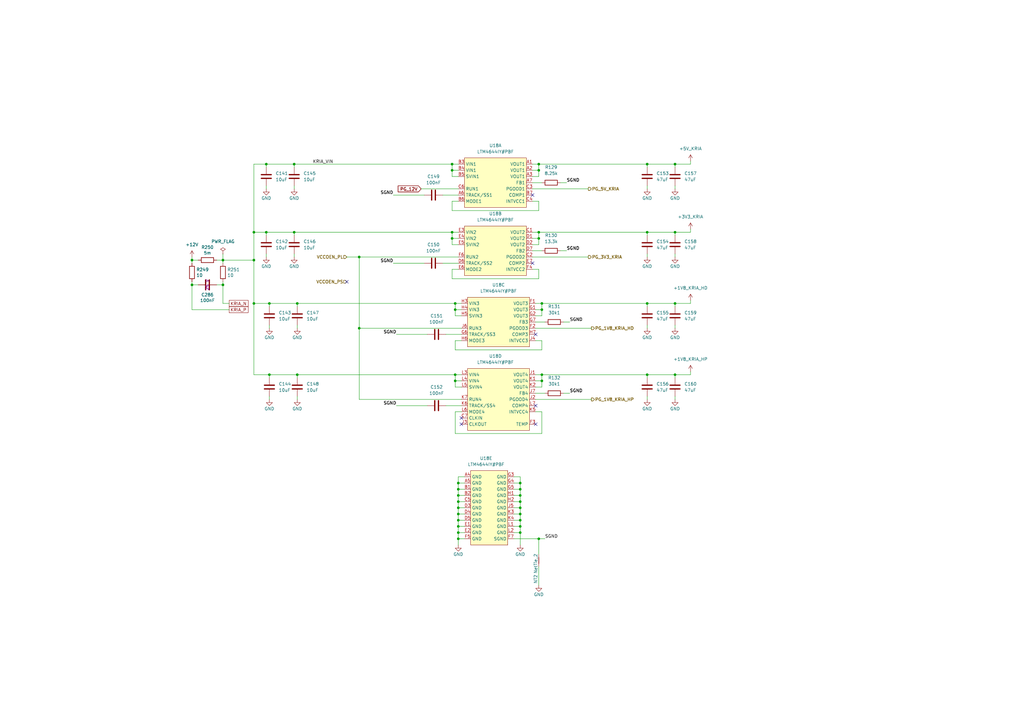
<source format=kicad_sch>
(kicad_sch (version 20211123) (generator eeschema)
  (paper "A3")
  (title_block (title "ATCA Template") (date "2023-01-05") (rev "1.0") (company "Karlsruhe Institute of Technology (KIT)") (comment 1 "Carsten Schmerbeck") (comment 2 "Luis Ardila") (comment 4 "Licensed under CERN-OHL-P v2"))
  (junction (at 265.43 67.31))
  (junction (at 185.42 69.85))
  (junction (at 220.98 220.98))
  (junction (at 213.36 200.66))
  (junction (at 187.96 198.12))
  (junction (at 187.96 218.44))
  (junction (at 187.96 210.82))
  (junction (at 185.42 97.79))
  (junction (at 120.65 95.25))
  (junction (at 109.22 95.25))
  (junction (at 120.65 67.31))
  (junction (at 104.14 95.25))
  (junction (at 187.96 203.2))
  (junction (at 110.49 153.67))
  (junction (at 265.43 153.67))
  (junction (at 185.42 95.25))
  (junction (at 186.69 153.67))
  (junction (at 213.36 205.74))
  (junction (at 222.25 124.46))
  (junction (at 78.74 106.68))
  (junction (at 186.69 156.21))
  (junction (at 222.25 153.67))
  (junction (at 213.36 218.44))
  (junction (at 187.96 215.9))
  (junction (at 186.69 127))
  (junction (at 104.14 124.46))
  (junction (at 276.86 67.31))
  (junction (at 220.98 67.31))
  (junction (at 222.25 156.21))
  (junction (at 186.69 124.46))
  (junction (at 104.14 106.68))
  (junction (at 213.36 208.28))
  (junction (at 187.96 220.98))
  (junction (at 265.43 124.46))
  (junction (at 213.36 213.36))
  (junction (at 276.86 95.25))
  (junction (at 213.36 203.2))
  (junction (at 109.22 67.31))
  (junction (at 222.25 127))
  (junction (at 265.43 95.25))
  (junction (at 91.44 106.68))
  (junction (at 220.98 95.25))
  (junction (at 110.49 124.46))
  (junction (at 121.92 124.46))
  (junction (at 213.36 215.9))
  (junction (at 147.32 134.62))
  (junction (at 185.42 67.31))
  (junction (at 276.86 153.67))
  (junction (at 91.44 116.84))
  (junction (at 78.74 116.84))
  (junction (at 213.36 210.82))
  (junction (at 187.96 200.66))
  (junction (at 187.96 208.28))
  (junction (at 220.98 69.85))
  (junction (at 213.36 198.12))
  (junction (at 147.32 105.41))
  (junction (at 276.86 124.46))
  (junction (at 187.96 213.36))
  (junction (at 220.98 97.79))
  (junction (at 121.92 153.67))
  (junction (at 187.96 205.74))
  (no_connect (at 218.44 107.95))
  (no_connect (at 218.44 80.01))
  (no_connect (at 142.24 115.57))
  (no_connect (at 219.71 137.16))
  (no_connect (at 219.71 166.37))
  (no_connect (at 189.23 171.45))
  (no_connect (at 189.23 173.99))
  (no_connect (at 219.71 173.99))
  (wire (pts (xy 276.86 95.25) (xy 276.86 96.52)))
  (wire (pts (xy 276.86 133.35) (xy 276.86 134.62)))
  (wire (pts (xy 185.42 86.36) (xy 220.98 86.36)))
  (wire (pts (xy 187.96 213.36) (xy 190.5 213.36)))
  (wire (pts (xy 283.21 93.98) (xy 283.21 95.25)))
  (wire (pts (xy 186.69 177.8) (xy 222.25 177.8)))
  (wire (pts (xy 220.98 232.41) (xy 220.98 240.03)))
  (wire (pts (xy 78.74 116.84) (xy 78.74 127)))
  (wire (pts (xy 186.69 158.75) (xy 186.69 156.21)))
  (wire (pts (xy 213.36 203.2) (xy 213.36 200.66)))
  (wire (pts (xy 110.49 133.35) (xy 110.49 134.62)))
  (wire (pts (xy 142.24 105.41) (xy 147.32 105.41)))
  (wire (pts (xy 120.65 104.14) (xy 120.65 105.41)))
  (wire (pts (xy 185.42 72.39) (xy 185.42 69.85)))
  (wire (pts (xy 213.36 205.74) (xy 213.36 203.2)))
  (wire (pts (xy 187.96 205.74) (xy 190.5 205.74)))
  (wire (pts (xy 187.96 210.82) (xy 187.96 208.28)))
  (wire (pts (xy 210.82 208.28) (xy 213.36 208.28)))
  (wire (pts (xy 187.96 223.52) (xy 187.96 220.98)))
  (wire (pts (xy 222.25 168.91) (xy 222.25 177.8)))
  (wire (pts (xy 162.56 137.16) (xy 175.26 137.16)))
  (wire (pts (xy 213.36 215.9) (xy 213.36 213.36)))
  (wire (pts (xy 265.43 153.67) (xy 276.86 153.67)))
  (wire (pts (xy 185.42 114.3) (xy 185.42 110.49)))
  (wire (pts (xy 172.72 77.47) (xy 187.96 77.47)))
  (wire (pts (xy 187.96 220.98) (xy 187.96 218.44)))
  (wire (pts (xy 104.14 153.67) (xy 104.14 124.46)))
  (wire (pts (xy 185.42 110.49) (xy 187.96 110.49)))
  (wire (pts (xy 109.22 76.2) (xy 109.22 77.47)))
  (wire (pts (xy 186.69 129.54) (xy 186.69 127)))
  (wire (pts (xy 276.86 95.25) (xy 283.21 95.25)))
  (wire (pts (xy 213.36 218.44) (xy 213.36 215.9)))
  (wire (pts (xy 265.43 95.25) (xy 265.43 96.52)))
  (wire (pts (xy 78.74 115.57) (xy 78.74 116.84)))
  (wire (pts (xy 121.92 125.73) (xy 121.92 124.46)))
  (wire (pts (xy 265.43 76.2) (xy 265.43 77.47)))
  (wire (pts (xy 220.98 100.33) (xy 220.98 97.79)))
  (wire (pts (xy 219.71 168.91) (xy 222.25 168.91)))
  (wire (pts (xy 187.96 72.39) (xy 185.42 72.39)))
  (wire (pts (xy 218.44 105.41) (xy 241.3 105.41)))
  (wire (pts (xy 187.96 200.66) (xy 187.96 198.12)))
  (wire (pts (xy 222.25 156.21) (xy 222.25 153.67)))
  (wire (pts (xy 147.32 134.62) (xy 147.32 105.41)))
  (wire (pts (xy 265.43 162.56) (xy 265.43 163.83)))
  (wire (pts (xy 276.86 67.31) (xy 283.21 67.31)))
  (wire (pts (xy 78.74 106.68) (xy 78.74 107.95)))
  (wire (pts (xy 222.25 158.75) (xy 222.25 156.21)))
  (wire (pts (xy 187.96 205.74) (xy 187.96 203.2)))
  (wire (pts (xy 218.44 110.49) (xy 220.98 110.49)))
  (wire (pts (xy 78.74 106.68) (xy 81.28 106.68)))
  (wire (pts (xy 147.32 134.62) (xy 189.23 134.62)))
  (wire (pts (xy 186.69 143.51) (xy 186.69 139.7)))
  (wire (pts (xy 147.32 163.83) (xy 147.32 134.62)))
  (wire (pts (xy 231.14 132.08) (xy 233.68 132.08)))
  (wire (pts (xy 220.98 97.79) (xy 220.98 95.25)))
  (wire (pts (xy 276.86 153.67) (xy 276.86 154.94)))
  (wire (pts (xy 213.36 195.58) (xy 210.82 195.58)))
  (wire (pts (xy 220.98 82.55) (xy 218.44 82.55)))
  (wire (pts (xy 276.86 124.46) (xy 276.86 125.73)))
  (wire (pts (xy 185.42 95.25) (xy 120.65 95.25)))
  (wire (pts (xy 104.14 106.68) (xy 104.14 95.25)))
  (wire (pts (xy 187.96 95.25) (xy 185.42 95.25)))
  (wire (pts (xy 187.96 210.82) (xy 190.5 210.82)))
  (wire (pts (xy 213.36 210.82) (xy 213.36 208.28)))
  (wire (pts (xy 210.82 205.74) (xy 213.36 205.74)))
  (wire (pts (xy 185.42 82.55) (xy 185.42 86.36)))
  (wire (pts (xy 220.98 220.98) (xy 220.98 227.33)))
  (wire (pts (xy 185.42 69.85) (xy 185.42 67.31)))
  (wire (pts (xy 265.43 153.67) (xy 265.43 154.94)))
  (wire (pts (xy 189.23 124.46) (xy 186.69 124.46)))
  (wire (pts (xy 187.96 100.33) (xy 185.42 100.33)))
  (wire (pts (xy 210.82 210.82) (xy 213.36 210.82)))
  (wire (pts (xy 121.92 153.67) (xy 110.49 153.67)))
  (wire (pts (xy 110.49 153.67) (xy 104.14 153.67)))
  (wire (pts (xy 219.71 139.7) (xy 222.25 139.7)))
  (wire (pts (xy 189.23 153.67) (xy 186.69 153.67)))
  (wire (pts (xy 120.65 95.25) (xy 109.22 95.25)))
  (wire (pts (xy 186.69 139.7) (xy 189.23 139.7)))
  (wire (pts (xy 187.96 218.44) (xy 187.96 215.9)))
  (wire (pts (xy 218.44 100.33) (xy 220.98 100.33)))
  (wire (pts (xy 219.71 132.08) (xy 223.52 132.08)))
  (wire (pts (xy 210.82 198.12) (xy 213.36 198.12)))
  (wire (pts (xy 219.71 129.54) (xy 222.25 129.54)))
  (wire (pts (xy 78.74 116.84) (xy 81.28 116.84)))
  (wire (pts (xy 88.9 116.84) (xy 91.44 116.84)))
  (wire (pts (xy 210.82 200.66) (xy 213.36 200.66)))
  (wire (pts (xy 104.14 95.25) (xy 109.22 95.25)))
  (wire (pts (xy 187.96 198.12) (xy 187.96 195.58)))
  (wire (pts (xy 147.32 105.41) (xy 187.96 105.41)))
  (wire (pts (xy 218.44 97.79) (xy 220.98 97.79)))
  (wire (pts (xy 121.92 124.46) (xy 110.49 124.46)))
  (wire (pts (xy 120.65 76.2) (xy 120.65 77.47)))
  (wire (pts (xy 219.71 156.21) (xy 222.25 156.21)))
  (wire (pts (xy 283.21 66.04) (xy 283.21 67.31)))
  (wire (pts (xy 218.44 72.39) (xy 220.98 72.39)))
  (wire (pts (xy 219.71 158.75) (xy 222.25 158.75)))
  (wire (pts (xy 110.49 125.73) (xy 110.49 124.46)))
  (wire (pts (xy 213.36 198.12) (xy 213.36 195.58)))
  (wire (pts (xy 265.43 133.35) (xy 265.43 134.62)))
  (wire (pts (xy 219.71 127) (xy 222.25 127)))
  (wire (pts (xy 218.44 74.93) (xy 222.25 74.93)))
  (wire (pts (xy 104.14 124.46) (xy 110.49 124.46)))
  (wire (pts (xy 120.65 67.31) (xy 109.22 67.31)))
  (wire (pts (xy 187.96 195.58) (xy 190.5 195.58)))
  (wire (pts (xy 265.43 104.14) (xy 265.43 105.41)))
  (wire (pts (xy 91.44 116.84) (xy 91.44 124.46)))
  (wire (pts (xy 121.92 162.56) (xy 121.92 163.83)))
  (wire (pts (xy 218.44 102.87) (xy 222.25 102.87)))
  (wire (pts (xy 265.43 124.46) (xy 276.86 124.46)))
  (wire (pts (xy 104.14 95.25) (xy 104.14 67.31)))
  (wire (pts (xy 187.96 69.85) (xy 185.42 69.85)))
  (wire (pts (xy 187.96 220.98) (xy 190.5 220.98)))
  (wire (pts (xy 161.29 80.01) (xy 173.99 80.01)))
  (wire (pts (xy 91.44 124.46) (xy 93.98 124.46)))
  (wire (pts (xy 210.82 213.36) (xy 213.36 213.36)))
  (wire (pts (xy 187.96 215.9) (xy 190.5 215.9)))
  (wire (pts (xy 185.42 67.31) (xy 120.65 67.31)))
  (wire (pts (xy 213.36 213.36) (xy 213.36 210.82)))
  (wire (pts (xy 121.92 154.94) (xy 121.92 153.67)))
  (wire (pts (xy 276.86 67.31) (xy 276.86 68.58)))
  (wire (pts (xy 229.87 102.87) (xy 232.41 102.87)))
  (wire (pts (xy 91.44 104.14) (xy 91.44 106.68)))
  (wire (pts (xy 186.69 168.91) (xy 189.23 168.91)))
  (wire (pts (xy 186.69 177.8) (xy 186.69 168.91)))
  (wire (pts (xy 109.22 104.14) (xy 109.22 105.41)))
  (wire (pts (xy 187.96 200.66) (xy 190.5 200.66)))
  (wire (pts (xy 186.69 127) (xy 186.69 124.46)))
  (wire (pts (xy 210.82 220.98) (xy 220.98 220.98)))
  (wire (pts (xy 186.69 153.67) (xy 121.92 153.67)))
  (wire (pts (xy 276.86 153.67) (xy 283.21 153.67)))
  (wire (pts (xy 88.9 106.68) (xy 91.44 106.68)))
  (wire (pts (xy 220.98 67.31) (xy 265.43 67.31)))
  (wire (pts (xy 265.43 67.31) (xy 276.86 67.31)))
  (wire (pts (xy 220.98 86.36) (xy 220.98 82.55)))
  (wire (pts (xy 181.61 107.95) (xy 187.96 107.95)))
  (wire (pts (xy 189.23 129.54) (xy 186.69 129.54)))
  (wire (pts (xy 120.65 96.52) (xy 120.65 95.25)))
  (wire (pts (xy 186.69 156.21) (xy 186.69 153.67)))
  (wire (pts (xy 78.74 127) (xy 93.98 127)))
  (wire (pts (xy 104.14 124.46) (xy 104.14 106.68)))
  (wire (pts (xy 219.71 153.67) (xy 222.25 153.67)))
  (wire (pts (xy 213.36 218.44) (xy 213.36 223.52)))
  (wire (pts (xy 121.92 133.35) (xy 121.92 134.62)))
  (wire (pts (xy 189.23 156.21) (xy 186.69 156.21)))
  (wire (pts (xy 187.96 218.44) (xy 190.5 218.44)))
  (wire (pts (xy 187.96 203.2) (xy 190.5 203.2)))
  (wire (pts (xy 182.88 166.37) (xy 189.23 166.37)))
  (wire (pts (xy 218.44 69.85) (xy 220.98 69.85)))
  (wire (pts (xy 219.71 163.83) (xy 242.57 163.83)))
  (wire (pts (xy 109.22 96.52) (xy 109.22 95.25)))
  (wire (pts (xy 220.98 220.98) (xy 223.52 220.98)))
  (wire (pts (xy 218.44 77.47) (xy 241.3 77.47)))
  (wire (pts (xy 222.25 124.46) (xy 265.43 124.46)))
  (wire (pts (xy 219.71 124.46) (xy 222.25 124.46)))
  (wire (pts (xy 283.21 123.19) (xy 283.21 124.46)))
  (wire (pts (xy 187.96 203.2) (xy 187.96 200.66)))
  (wire (pts (xy 220.98 110.49) (xy 220.98 114.3)))
  (wire (pts (xy 222.25 129.54) (xy 222.25 127)))
  (wire (pts (xy 213.36 208.28) (xy 213.36 205.74)))
  (wire (pts (xy 222.25 143.51) (xy 186.69 143.51)))
  (wire (pts (xy 265.43 95.25) (xy 276.86 95.25)))
  (wire (pts (xy 187.96 208.28) (xy 190.5 208.28)))
  (wire (pts (xy 210.82 218.44) (xy 213.36 218.44)))
  (wire (pts (xy 161.29 107.95) (xy 173.99 107.95)))
  (wire (pts (xy 110.49 154.94) (xy 110.49 153.67)))
  (wire (pts (xy 222.25 153.67) (xy 265.43 153.67)))
  (wire (pts (xy 265.43 124.46) (xy 265.43 125.73)))
  (wire (pts (xy 220.98 72.39) (xy 220.98 69.85)))
  (wire (pts (xy 218.44 95.25) (xy 220.98 95.25)))
  (wire (pts (xy 218.44 67.31) (xy 220.98 67.31)))
  (wire (pts (xy 187.96 198.12) (xy 190.5 198.12)))
  (wire (pts (xy 220.98 114.3) (xy 185.42 114.3)))
  (wire (pts (xy 187.96 67.31) (xy 185.42 67.31)))
  (wire (pts (xy 162.56 166.37) (xy 175.26 166.37)))
  (wire (pts (xy 182.88 137.16) (xy 189.23 137.16)))
  (wire (pts (xy 222.25 127) (xy 222.25 124.46)))
  (wire (pts (xy 78.74 105.41) (xy 78.74 106.68)))
  (wire (pts (xy 276.86 104.14) (xy 276.86 105.41)))
  (wire (pts (xy 186.69 124.46) (xy 121.92 124.46)))
  (wire (pts (xy 187.96 208.28) (xy 187.96 205.74)))
  (wire (pts (xy 229.87 74.93) (xy 232.41 74.93)))
  (wire (pts (xy 91.44 116.84) (xy 91.44 115.57)))
  (wire (pts (xy 120.65 68.58) (xy 120.65 67.31)))
  (wire (pts (xy 231.14 161.29) (xy 233.68 161.29)))
  (wire (pts (xy 219.71 134.62) (xy 242.57 134.62)))
  (wire (pts (xy 220.98 69.85) (xy 220.98 67.31)))
  (wire (pts (xy 187.96 215.9) (xy 187.96 213.36)))
  (wire (pts (xy 189.23 127) (xy 186.69 127)))
  (wire (pts (xy 187.96 97.79) (xy 185.42 97.79)))
  (wire (pts (xy 210.82 215.9) (xy 213.36 215.9)))
  (wire (pts (xy 265.43 67.31) (xy 265.43 68.58)))
  (wire (pts (xy 110.49 162.56) (xy 110.49 163.83)))
  (wire (pts (xy 276.86 76.2) (xy 276.86 77.47)))
  (wire (pts (xy 276.86 124.46) (xy 283.21 124.46)))
  (wire (pts (xy 187.96 82.55) (xy 185.42 82.55)))
  (wire (pts (xy 185.42 100.33) (xy 185.42 97.79)))
  (wire (pts (xy 91.44 106.68) (xy 104.14 106.68)))
  (wire (pts (xy 219.71 161.29) (xy 223.52 161.29)))
  (wire (pts (xy 181.61 80.01) (xy 187.96 80.01)))
  (wire (pts (xy 189.23 158.75) (xy 186.69 158.75)))
  (wire (pts (xy 109.22 68.58) (xy 109.22 67.31)))
  (wire (pts (xy 220.98 95.25) (xy 265.43 95.25)))
  (wire (pts (xy 187.96 213.36) (xy 187.96 210.82)))
  (wire (pts (xy 213.36 200.66) (xy 213.36 198.12)))
  (wire (pts (xy 147.32 163.83) (xy 189.23 163.83)))
  (wire (pts (xy 104.14 67.31) (xy 109.22 67.31)))
  (wire (pts (xy 283.21 152.4) (xy 283.21 153.67)))
  (wire (pts (xy 276.86 162.56) (xy 276.86 163.83)))
  (wire (pts (xy 91.44 107.95) (xy 91.44 106.68)))
  (wire (pts (xy 222.25 139.7) (xy 222.25 143.51)))
  (wire (pts (xy 185.42 97.79) (xy 185.42 95.25)))
  (wire (pts (xy 210.82 203.2) (xy 213.36 203.2)))
  (label "KRIA_VIN" (at 128.27 67.31 0))
  (label "SGND" (at 162.56 166.37 180))
  (label "SGND" (at 162.56 166.37 180))
  (label "SGND" (at 233.68 161.29 0))
  (label "SGND" (at 233.68 161.29 0))
  (label "SGND" (at 232.41 102.87 0))
  (label "SGND" (at 232.41 102.87 0))
  (label "SGND" (at 223.52 220.98 0))
  (label "SGND" (at 161.29 80.01 180))
  (label "SGND" (at 161.29 80.01 180))
  (label "SGND" (at 233.68 132.08 0))
  (label "SGND" (at 233.68 132.08 0))
  (label "SGND" (at 161.29 107.95 180))
  (label "SGND" (at 161.29 107.95 180))
  (label "SGND" (at 232.41 74.93 0))
  (label "SGND" (at 232.41 74.93 0))
  (label "SGND" (at 162.56 137.16 180))
  (label "SGND" (at 162.56 137.16 180))
  (global_label "KRIA_N" (shape passive) (at 93.98 124.46 0) (property "Intersheet References" "${INTERSHEET_REFS}" (effects hide)))
  (global_label "PG_12V" (shape input) (at 172.72 77.47 180) (property "Intersheet References" "${INTERSHEET_REFS}" (effects hide)))
  (global_label "KRIA_P" (shape passive) (at 93.98 127 0) (property "Intersheet References" "${INTERSHEET_REFS}" (effects hide)))
  (global_label "PG_12V" (shape input) (at 172.72 77.47 180) (property "Intersheet References" "${INTERSHEET_REFS}" (effects hide)))
  (hierarchical_label "PG_3V3_KRIA" (shape output) (at 241.3 105.41 0))
  (hierarchical_label "PG_3V3_KRIA" (shape output) (at 241.3 105.41 0))
  (hierarchical_label "VCCOEN_PL" (shape input) (at 142.24 105.41 180))
  (hierarchical_label "VCCOEN_PL" (shape input) (at 142.24 105.41 180))
  (hierarchical_label "VCCOEN_PS" (shape input) (at 142.24 115.57 180))
  (hierarchical_label "VCCOEN_PS" (shape input) (at 142.24 115.57 180))
  (hierarchical_label "PG_5V_KRIA" (shape output) (at 241.3 77.47 0))
  (hierarchical_label "PG_5V_KRIA" (shape output) (at 241.3 77.47 0))
  (hierarchical_label "PG_1V8_KRIA_HD" (shape output) (at 242.57 134.62 0))
  (hierarchical_label "PG_1V8_KRIA_HD" (shape output) (at 242.57 134.62 0))
  (hierarchical_label "PG_1V8_KRIA_HP" (shape output) (at 242.57 163.83 0))
  (hierarchical_label "PG_1V8_KRIA_HP" (shape output) (at 242.57 163.83 0))
  (symbol (lib_id "power:GND") (at 110.49 163.83 0) (unit 1)
    (property "Reference" "#PWR0432" (effects hide))
    (property "Value" "GND" (at 110.49 167.64 0))
  )
  (symbol (lib_id "power:GND") (at 265.43 134.62 0) (unit 1)
    (property "Reference" "#PWR0450" (effects hide))
    (property "Value" "GND" (at 265.43 138.43 0))
  )
  (symbol (lib_id "power:PWR_FLAG") (at 91.44 104.14 0) (unit 1)
    (property "Reference" "#FLG0101" (effects hide))
    (property "Value" "PWR_FLAG" (at 91.44 99.06 0))
  )
  (symbol (lib_id "Device:R") (at 227.33 161.29 90) (unit 1)
    (property "Reference" "R132" (at 227.33 154.94 90))
    (property "Value" "30k1" (at 227.33 157.48 90))
    (property "Footprint" "Resistor_SMD:R_0402_1005Metric" (effects hide))
    (property "digikey#" "RMCF0402FT30K1CT-ND" (effects hide))
    (property "manf" "Stackpole Electronics Inc" (effects hide))
    (property "manf#" "RMCF0402FT30K1" (effects hide))
  )
  (symbol (lib_id "power:+12V") (at 78.74 105.41 0) (unit 1)
    (property "Reference" "#PWR0419" (effects hide))
    (property "Value" "+12V" (at 78.74 100.33 0))
  )
  (symbol (lib_id "KIT_Power:+5V_KRIA") (at 283.21 66.04 0) (unit 1)
    (property "Reference" "#PWR0854" (effects hide))
    (property "Value" "+5V_KRIA" (at 283.21 60.96 0))
  )
  (symbol (lib_id "power:GND") (at 213.36 223.52 0) (mirror y) (unit 1)
    (property "Reference" "#PWR0444" (effects hide))
    (property "Value" "GND" (at 213.36 227.33 0))
  )
  (symbol (lib_id "Device:C") (at 110.49 129.54 0) (unit 1)
    (property "Reference" "C143" (at 114.3 128.2699 0) (effects (justify left)))
    (property "Value" "10uF" (at 114.3 130.8099 0) (effects (justify left)))
    (property "Footprint" "Capacitor_SMD:C_1210_3225Metric" (effects hide))
    (property "digikey#" "445-3942-1-ND" (effects hide))
    (property "manf" "TDK Corporation" (effects hide))
    (property "manf#" "C3225X7R1E106K250AC" (effects hide))
    (property "voltage" "25 V" (effects hide))
    (property "stock" "AVT-IPE" (effects hide))
    (property "height" "2,5" (effects hide))
  )
  (symbol (lib_id "Device:C") (at 109.22 100.33 0) (unit 1)
    (property "Reference" "C142" (at 113.03 99.0599 0) (effects (justify left)))
    (property "Value" "10uF" (at 113.03 101.5999 0) (effects (justify left)))
    (property "Footprint" "Capacitor_SMD:C_1210_3225Metric" (effects hide))
    (property "digikey#" "445-3942-1-ND" (effects hide))
    (property "manf" "TDK Corporation" (effects hide))
    (property "manf#" "C3225X7R1E106K250AC" (effects hide))
    (property "voltage" "25 V" (effects hide))
    (property "stock" "AVT-IPE" (effects hide))
    (property "height" "2,5" (effects hide))
  )
  (symbol (lib_name "LTM4644IY#PBF_2") (lib_id "KIT_Regulator_Switching:LTM4644IY#PBF") (at 189.23 124.46 0) (unit 3)
    (property "Reference" "U18" (at 204.47 116.84 0))
    (property "Value" "LTM4644IY#PBF" (at 204.47 119.38 0))
    (property "Footprint" "KIT_Package_BGA:LTM4644IY#PBF" (effects hide))
    (property "Datasheet" "https://www.analog.com/media/en/technical-documentation/data-sheets/LTM4644-4644-1.pdf" (effects hide))
    (property "digikey#" "505-LTM4644IY#PBF-ND" (effects hide))
    (property "mouser#" "584-LTM4644IY#PBF" (effects hide))
    (property "manf" "Analog Devices" (effects hide))
    (property "manf#" "LTM4644IY#PBF" (effects hide))
    (property "stock" "Serenity: 13" (effects hide))
  )
  (symbol (lib_id "KIT_Power:+1V8_KRIA_HD") (at 283.21 123.19 0) (unit 1)
    (property "Reference" "#PWR0852" (effects hide))
    (property "Value" "+1V8_KRIA_HD" (at 283.21 118.11 0))
  )
  (symbol (lib_name "LTM4644IY#PBF_3") (lib_id "KIT_Regulator_Switching:LTM4644IY#PBF") (at 187.96 67.31 0) (unit 1)
    (property "Reference" "U18" (at 203.2 59.69 0))
    (property "Value" "LTM4644IY#PBF" (at 203.2 62.23 0))
    (property "Footprint" "KIT_Package_BGA:LTM4644IY#PBF" (effects hide))
    (property "Datasheet" "https://www.analog.com/media/en/technical-documentation/data-sheets/LTM4644-4644-1.pdf" (effects hide))
    (property "digikey#" "505-LTM4644IY#PBF-ND" (effects hide))
    (property "mouser#" "584-LTM4644IY#PBF" (effects hide))
    (property "manf" "Analog Devices" (effects hide))
    (property "manf#" "LTM4644IY#PBF" (effects hide))
    (property "stock" "Serenity: 13" (effects hide))
  )
  (symbol (lib_id "Device:C") (at 276.86 129.54 0) (unit 1)
    (property "Reference" "C159" (at 280.67 128.2699 0) (effects (justify left)))
    (property "Value" "47uF" (at 280.67 130.8099 0) (effects (justify left)))
    (property "Footprint" "Capacitor_SMD:C_1210_3225Metric" (effects hide))
    (property "Datasheet" "https://www.yuden.co.jp/productdata/catalog/mlcc06_e.pdf" (effects hide))
    (property "digikey#" "587-5924-1-ND" (effects hide))
    (property "manf" "Taiyo Yuden" (effects hide))
    (property "manf#" "LMK325BJ476MM-P" (effects hide))
    (property "height" "2,5" (effects hide))
  )
  (symbol (lib_id "Device:R") (at 85.09 106.68 270) (unit 1)
    (property "Reference" "R250" (at 85.09 101.4222 90))
    (property "Value" "5m" (at 85.09 103.7336 90))
    (property "Footprint" "Resistor_SMD:R_1206_3216Metric" (effects hide))
    (property "digikey#" "WSLC-.005CT-ND" (effects hide))
    (property "manf" "Vishay Dale" (effects hide))
    (property "manf#" "WSL12065L000FEA" (effects hide))
  )
  (symbol (lib_name "LTM4644IY#PBF_4") (lib_id "KIT_Regulator_Switching:LTM4644IY#PBF") (at 187.96 95.25 0) (unit 2)
    (property "Reference" "U18" (at 203.2 87.63 0))
    (property "Value" "LTM4644IY#PBF" (at 203.2 90.17 0))
    (property "Footprint" "KIT_Package_BGA:LTM4644IY#PBF" (effects hide))
    (property "Datasheet" "https://www.analog.com/media/en/technical-documentation/data-sheets/LTM4644-4644-1.pdf" (effects hide))
    (property "digikey#" "505-LTM4644IY#PBF-ND" (effects hide))
    (property "mouser#" "584-LTM4644IY#PBF" (effects hide))
    (property "manf" "Analog Devices" (effects hide))
    (property "manf#" "LTM4644IY#PBF" (effects hide))
    (property "stock" "Serenity: 13" (effects hide))
  )
  (symbol (lib_id "Device:C") (at 179.07 137.16 270) (unit 1)
    (property "Reference" "C151" (at 179.07 129.54 90))
    (property "Value" "100nF" (at 179.07 132.08 90))
    (property "Footprint" "Capacitor_SMD:C_0402_1005Metric" (effects hide))
    (property "stock" "AVT-IPE" (effects hide))
    (property "voltage" "16 V" (effects hide))
  )
  (symbol (lib_id "Device:C") (at 109.22 72.39 0) (unit 1)
    (property "Reference" "C141" (at 113.03 71.1199 0) (effects (justify left)))
    (property "Value" "10uF" (at 113.03 73.6599 0) (effects (justify left)))
    (property "Footprint" "Capacitor_SMD:C_1210_3225Metric" (effects hide))
    (property "digikey#" "445-3942-1-ND" (effects hide))
    (property "manf" "TDK Corporation" (effects hide))
    (property "manf#" "C3225X7R1E106K250AC" (effects hide))
    (property "voltage" "25 V" (effects hide))
    (property "stock" "AVT-IPE" (effects hide))
    (property "height" "2,5" (effects hide))
  )
  (symbol (lib_id "KIT_Power:+3V3_KRIA") (at 283.21 93.98 0) (unit 1)
    (property "Reference" "#PWR0853" (effects hide))
    (property "Value" "+3V3_KRIA" (at 283.21 88.9 0))
  )
  (symbol (lib_id "power:GND") (at 265.43 163.83 0) (unit 1)
    (property "Reference" "#PWR0453" (effects hide))
    (property "Value" "GND" (at 265.43 167.64 0))
  )
  (symbol (lib_id "Device:R") (at 226.06 102.87 90) (unit 1)
    (property "Reference" "R130" (at 226.06 96.52 90))
    (property "Value" "13.3k" (at 226.06 99.06 90))
    (property "Footprint" "Resistor_SMD:R_0402_1005Metric" (effects hide))
    (property "digikey#" "RMCF0402FT13K3CT-ND" (effects hide))
    (property "manf" "Stackpole Electronics Inc" (effects hide))
    (property "manf#" "RMCF0402FT13K3" (effects hide))
  )
  (symbol (lib_id "KIT_Regulator_Switching:LTM4644IY#PBF") (at 189.23 153.67 0) (unit 4)
    (property "Reference" "U18" (at 203.2 146.05 0))
    (property "Value" "LTM4644IY#PBF" (at 203.2 148.59 0))
    (property "Footprint" "KIT_Package_BGA:LTM4644IY#PBF" (effects hide))
    (property "Datasheet" "https://www.analog.com/media/en/technical-documentation/data-sheets/LTM4644-4644-1.pdf" (effects hide))
    (property "digikey#" "505-LTM4644IY#PBF-ND" (effects hide))
    (property "mouser#" "584-LTM4644IY#PBF" (effects hide))
    (property "manf" "Analog Devices" (effects hide))
    (property "manf#" "LTM4644IY#PBF" (effects hide))
    (property "stock" "Serenity: 13" (effects hide))
  )
  (symbol (lib_id "power:GND") (at 276.86 105.41 0) (unit 1)
    (property "Reference" "#PWR0456" (effects hide))
    (property "Value" "GND" (at 276.86 109.22 0))
  )
  (symbol (lib_id "power:GND") (at 276.86 163.83 0) (unit 1)
    (property "Reference" "#PWR0460" (effects hide))
    (property "Value" "GND" (at 276.86 167.64 0))
  )
  (symbol (lib_id "Device:R") (at 226.06 74.93 90) (unit 1)
    (property "Reference" "R129" (at 226.06 68.58 90))
    (property "Value" "8.25k" (at 226.06 71.12 90))
    (property "Footprint" "Resistor_SMD:R_0402_1005Metric" (effects hide))
    (property "digikey#" "RMCF0402FT8K25CT-ND" (effects hide))
    (property "manf" "Stackpole Electronics Inc" (effects hide))
    (property "manf#" "RMCF0402FT8K25" (effects hide))
  )
  (symbol (lib_id "Device:R") (at 227.33 132.08 90) (unit 1)
    (property "Reference" "R131" (at 227.33 125.73 90))
    (property "Value" "30k1" (at 227.33 128.27 90))
    (property "Footprint" "Resistor_SMD:R_0402_1005Metric" (effects hide))
    (property "digikey#" "RMCF0402FT30K1CT-ND" (effects hide))
    (property "manf" "Stackpole Electronics Inc" (effects hide))
    (property "manf#" "RMCF0402FT30K1" (effects hide))
  )
  (symbol (lib_id "Device:C") (at 120.65 100.33 0) (unit 1)
    (property "Reference" "C146" (at 124.46 99.0599 0) (effects (justify left)))
    (property "Value" "10uF" (at 124.46 101.5999 0) (effects (justify left)))
    (property "Footprint" "Capacitor_SMD:C_1210_3225Metric" (effects hide))
    (property "digikey#" "445-3942-1-ND" (effects hide))
    (property "manf" "TDK Corporation" (effects hide))
    (property "manf#" "C3225X7R1E106K250AC" (effects hide))
    (property "voltage" "25 V" (effects hide))
    (property "stock" "AVT-IPE" (effects hide))
    (property "height" "2,5" (effects hide))
  )
  (symbol (lib_id "Device:R") (at 78.74 111.76 0) (unit 1)
    (property "Reference" "R249" (at 80.518 110.5916 0) (effects (justify left)))
    (property "Value" "10" (at 80.518 112.903 0) (effects (justify left)))
    (property "Footprint" "Resistor_SMD:R_0402_1005Metric" (effects hide))
    (property "digikey#" "A129603CT-ND" (effects hide))
    (property "manf" "TE" (effects hide))
    (property "manf#" "CRGCQ0402F10R" (effects hide))
    (property "stock" "AVT-IPE" (effects hide))
  )
  (symbol (lib_id "Device:C") (at 121.92 158.75 0) (unit 1)
    (property "Reference" "C148" (at 125.73 157.4799 0) (effects (justify left)))
    (property "Value" "10uF" (at 125.73 160.0199 0) (effects (justify left)))
    (property "Footprint" "Capacitor_SMD:C_1210_3225Metric" (effects hide))
    (property "digikey#" "445-3942-1-ND" (effects hide))
    (property "manf" "TDK Corporation" (effects hide))
    (property "manf#" "C3225X7R1E106K250AC" (effects hide))
    (property "voltage" "25 V" (effects hide))
    (property "stock" "AVT-IPE" (effects hide))
    (property "height" "2,5" (effects hide))
  )
  (symbol (lib_id "power:GND") (at 276.86 77.47 0) (unit 1)
    (property "Reference" "#PWR0454" (effects hide))
    (property "Value" "GND" (at 276.86 81.28 0))
  )
  (symbol (lib_id "Device:C") (at 85.09 116.84 270) (unit 1)
    (property "Reference" "C286" (at 85.09 120.904 90))
    (property "Value" "100nF" (at 85.09 123.2154 90))
    (property "Footprint" "Capacitor_SMD:C_0402_1005Metric" (effects hide))
    (property "stock" "AVT-IPE" (effects hide))
    (property "voltage" "25 V" (at 85.09 116.84 0))
  )
  (symbol (lib_id "power:GND") (at 120.65 105.41 0) (unit 1)
    (property "Reference" "#PWR0436" (effects hide))
    (property "Value" "GND" (at 120.65 109.22 0))
  )
  (symbol (lib_id "power:GND") (at 276.86 134.62 0) (unit 1)
    (property "Reference" "#PWR0458" (effects hide))
    (property "Value" "GND" (at 276.86 138.43 0))
  )
  (symbol (lib_id "power:GND") (at 265.43 77.47 0) (unit 1)
    (property "Reference" "#PWR0446" (effects hide))
    (property "Value" "GND" (at 265.43 81.28 0))
  )
  (symbol (lib_id "power:GND") (at 110.49 134.62 0) (unit 1)
    (property "Reference" "#PWR0429" (effects hide))
    (property "Value" "GND" (at 110.49 138.43 0))
  )
  (symbol (lib_id "Device:C") (at 265.43 72.39 0) (unit 1)
    (property "Reference" "C153" (at 269.24 71.1199 0) (effects (justify left)))
    (property "Value" "47uF" (at 269.24 73.6599 0) (effects (justify left)))
    (property "Footprint" "Capacitor_SMD:C_1210_3225Metric" (effects hide))
    (property "Datasheet" "https://www.yuden.co.jp/productdata/catalog/mlcc06_e.pdf" (effects hide))
    (property "digikey#" "587-5924-1-ND" (effects hide))
    (property "manf" "Taiyo Yuden" (effects hide))
    (property "manf#" "LMK325BJ476MM-P" (effects hide))
    (property "height" "2,5" (effects hide))
  )
  (symbol (lib_id "power:GND") (at 121.92 134.62 0) (unit 1)
    (property "Reference" "#PWR0439" (effects hide))
    (property "Value" "GND" (at 121.92 138.43 0))
  )
  (symbol (lib_name "LTM4644IY#PBF_1") (lib_id "KIT_Regulator_Switching:LTM4644IY#PBF") (at 190.5 195.58 0) (unit 5)
    (property "Reference" "U18" (at 199.39 187.96 0))
    (property "Value" "LTM4644IY#PBF" (at 199.39 190.5 0))
    (property "Footprint" "KIT_Package_BGA:LTM4644IY#PBF" (effects hide))
    (property "Datasheet" "https://www.analog.com/media/en/technical-documentation/data-sheets/LTM4644-4644-1.pdf" (effects hide))
    (property "digikey#" "505-LTM4644IY#PBF-ND" (effects hide))
    (property "mouser#" "584-LTM4644IY#PBF" (effects hide))
    (property "manf" "Analog Devices" (effects hide))
    (property "manf#" "LTM4644IY#PBF" (effects hide))
    (property "stock" "Serenity: 13" (effects hide))
  )
  (symbol (lib_id "power:GND") (at 120.65 77.47 0) (unit 1)
    (property "Reference" "#PWR0435" (effects hide))
    (property "Value" "GND" (at 120.65 81.28 0))
  )
  (symbol (lib_id "Device:C") (at 110.49 158.75 0) (unit 1)
    (property "Reference" "C144" (at 114.3 157.4799 0) (effects (justify left)))
    (property "Value" "10uF" (at 114.3 160.0199 0) (effects (justify left)))
    (property "Footprint" "Capacitor_SMD:C_1210_3225Metric" (effects hide))
    (property "digikey#" "445-3942-1-ND" (effects hide))
    (property "manf" "TDK Corporation" (effects hide))
    (property "manf#" "C3225X7R1E106K250AC" (effects hide))
    (property "voltage" "25 V" (effects hide))
    (property "stock" "AVT-IPE" (effects hide))
    (property "height" "2,5" (effects hide))
  )
  (symbol (lib_id "Device:NetTie_2") (at 220.98 229.87 90) (unit 1)
    (property "Reference" "NT2" (at 219.71 237.49 0))
    (property "Value" "NetTie_2" (at 219.71 231.14 0))
    (property "Footprint" "KIT_NetTie:NetTie-2_SMD_Pad0.25mm" (effects hide))
    (property "stock" "PCB" (effects hide))
  )
  (symbol (lib_id "power:GND") (at 109.22 77.47 0) (unit 1)
    (property "Reference" "#PWR0421" (effects hide))
    (property "Value" "GND" (at 109.22 81.28 0))
  )
  (symbol (lib_id "Device:C") (at 177.8 80.01 270) (unit 1)
    (property "Reference" "C149" (at 177.8 72.39 90))
    (property "Value" "100nF" (at 177.8 74.93 90))
    (property "Footprint" "Capacitor_SMD:C_0402_1005Metric" (effects hide))
    (property "stock" "AVT-IPE" (effects hide))
    (property "voltage" "16 V" (effects hide))
  )
  (symbol (lib_id "Device:C") (at 177.8 107.95 270) (unit 1)
    (property "Reference" "C150" (at 177.8 100.33 90))
    (property "Value" "100nF" (at 177.8 102.87 90))
    (property "Footprint" "Capacitor_SMD:C_0402_1005Metric" (effects hide))
    (property "stock" "AVT-IPE" (effects hide))
    (property "voltage" "16 V" (effects hide))
  )
  (symbol (lib_id "power:GND") (at 220.98 240.03 0) (unit 1)
    (property "Reference" "#PWR0442" (effects hide))
    (property "Value" "GND" (at 220.98 243.84 0))
  )
  (symbol (lib_id "Device:C") (at 276.86 100.33 0) (unit 1)
    (property "Reference" "C158" (at 280.67 99.0599 0) (effects (justify left)))
    (property "Value" "47uF" (at 280.67 101.5999 0) (effects (justify left)))
    (property "Footprint" "Capacitor_SMD:C_1210_3225Metric" (effects hide))
    (property "Datasheet" "https://www.yuden.co.jp/productdata/catalog/mlcc06_e.pdf" (effects hide))
    (property "digikey#" "587-5924-1-ND" (effects hide))
    (property "manf" "Taiyo Yuden" (effects hide))
    (property "manf#" "LMK325BJ476MM-P" (effects hide))
    (property "height" "2,5" (effects hide))
  )
  (symbol (lib_id "power:GND") (at 265.43 105.41 0) (unit 1)
    (property "Reference" "#PWR0449" (effects hide))
    (property "Value" "GND" (at 265.43 109.22 0))
  )
  (symbol (lib_id "Device:C") (at 276.86 72.39 0) (unit 1)
    (property "Reference" "C157" (at 280.67 71.1199 0) (effects (justify left)))
    (property "Value" "47uF" (at 280.67 73.6599 0) (effects (justify left)))
    (property "Footprint" "Capacitor_SMD:C_1210_3225Metric" (effects hide))
    (property "Datasheet" "https://www.yuden.co.jp/productdata/catalog/mlcc06_e.pdf" (effects hide))
    (property "digikey#" "587-5924-1-ND" (effects hide))
    (property "manf" "Taiyo Yuden" (effects hide))
    (property "manf#" "LMK325BJ476MM-P" (effects hide))
    (property "height" "2,5" (effects hide))
  )
  (symbol (lib_id "power:GND") (at 187.96 223.52 0) (unit 1)
    (property "Reference" "#PWR0443" (effects hide))
    (property "Value" "GND" (at 187.96 227.33 0))
  )
  (symbol (lib_id "Device:C") (at 265.43 129.54 0) (unit 1)
    (property "Reference" "C155" (at 269.24 128.2699 0) (effects (justify left)))
    (property "Value" "47uF" (at 269.24 130.8099 0) (effects (justify left)))
    (property "Footprint" "Capacitor_SMD:C_1210_3225Metric" (effects hide))
    (property "Datasheet" "https://www.yuden.co.jp/productdata/catalog/mlcc06_e.pdf" (effects hide))
    (property "digikey#" "587-5924-1-ND" (effects hide))
    (property "manf" "Taiyo Yuden" (effects hide))
    (property "manf#" "LMK325BJ476MM-P" (effects hide))
    (property "height" "2,5" (effects hide))
  )
  (symbol (lib_id "Device:R") (at 91.44 111.76 0) (unit 1)
    (property "Reference" "R251" (at 93.218 110.5916 0) (effects (justify left)))
    (property "Value" "10" (at 93.218 112.903 0) (effects (justify left)))
    (property "Footprint" "Resistor_SMD:R_0402_1005Metric" (effects hide))
    (property "digikey#" "A129603CT-ND" (effects hide))
    (property "manf" "TE" (effects hide))
    (property "manf#" "CRGCQ0402F10R" (effects hide))
    (property "stock" "AVT-IPE" (effects hide))
  )
  (symbol (lib_id "Device:C") (at 276.86 158.75 0) (unit 1)
    (property "Reference" "C160" (at 280.67 157.4799 0) (effects (justify left)))
    (property "Value" "47uF" (at 280.67 160.0199 0) (effects (justify left)))
    (property "Footprint" "Capacitor_SMD:C_1210_3225Metric" (effects hide))
    (property "Datasheet" "https://www.yuden.co.jp/productdata/catalog/mlcc06_e.pdf" (effects hide))
    (property "digikey#" "587-5924-1-ND" (effects hide))
    (property "manf" "Taiyo Yuden" (effects hide))
    (property "manf#" "LMK325BJ476MM-P" (effects hide))
    (property "height" "2,5" (effects hide))
  )
  (symbol (lib_id "Device:C") (at 265.43 158.75 0) (unit 1)
    (property "Reference" "C156" (at 269.24 157.4799 0) (effects (justify left)))
    (property "Value" "47uF" (at 269.24 160.0199 0) (effects (justify left)))
    (property "Footprint" "Capacitor_SMD:C_1210_3225Metric" (effects hide))
    (property "Datasheet" "https://www.yuden.co.jp/productdata/catalog/mlcc06_e.pdf" (effects hide))
    (property "digikey#" "587-5924-1-ND" (effects hide))
    (property "manf" "Taiyo Yuden" (effects hide))
    (property "manf#" "LMK325BJ476MM-P" (effects hide))
    (property "height" "2,5" (effects hide))
  )
  (symbol (lib_id "Device:C") (at 121.92 129.54 0) (unit 1)
    (property "Reference" "C147" (at 125.73 128.2699 0) (effects (justify left)))
    (property "Value" "10uF" (at 125.73 130.8099 0) (effects (justify left)))
    (property "Footprint" "Capacitor_SMD:C_1210_3225Metric" (effects hide))
    (property "digikey#" "445-3942-1-ND" (effects hide))
    (property "manf" "TDK Corporation" (effects hide))
    (property "manf#" "C3225X7R1E106K250AC" (effects hide))
    (property "voltage" "25 V" (effects hide))
    (property "stock" "AVT-IPE" (effects hide))
    (property "height" "2,5" (effects hide))
  )
  (symbol (lib_id "KIT_Power:+1V8_KRIA_HP") (at 283.21 152.4 0) (unit 1)
    (property "Reference" "#PWR0851" (effects hide))
    (property "Value" "+1V8_KRIA_HP" (at 283.21 147.32 0))
  )
  (symbol (lib_id "Device:C") (at 120.65 72.39 0) (unit 1)
    (property "Reference" "C145" (at 124.46 71.1199 0) (effects (justify left)))
    (property "Value" "10uF" (at 124.46 73.6599 0) (effects (justify left)))
    (property "Footprint" "Capacitor_SMD:C_1210_3225Metric" (effects hide))
    (property "digikey#" "445-3942-1-ND" (effects hide))
    (property "manf" "TDK Corporation" (effects hide))
    (property "manf#" "C3225X7R1E106K250AC" (effects hide))
    (property "voltage" "25 V" (effects hide))
    (property "stock" "AVT-IPE" (effects hide))
    (property "height" "2,5" (effects hide))
  )
  (symbol (lib_id "power:GND") (at 109.22 105.41 0) (unit 1)
    (property "Reference" "#PWR0425" (effects hide))
    (property "Value" "GND" (at 109.22 109.22 0))
  )
  (symbol (lib_id "power:GND") (at 121.92 163.83 0) (unit 1)
    (property "Reference" "#PWR0441" (effects hide))
    (property "Value" "GND" (at 121.92 167.64 0))
  )
  (symbol (lib_id "Device:C") (at 265.43 100.33 0) (unit 1)
    (property "Reference" "C154" (at 269.24 99.0599 0) (effects (justify left)))
    (property "Value" "47uF" (at 269.24 101.5999 0) (effects (justify left)))
    (property "Footprint" "Capacitor_SMD:C_1210_3225Metric" (effects hide))
    (property "Datasheet" "https://www.yuden.co.jp/productdata/catalog/mlcc06_e.pdf" (effects hide))
    (property "digikey#" "587-5924-1-ND" (effects hide))
    (property "manf" "Taiyo Yuden" (effects hide))
    (property "manf#" "LMK325BJ476MM-P" (effects hide))
    (property "height" "2,5" (effects hide))
  )
  (symbol (lib_id "Device:C") (at 179.07 166.37 270) (unit 1)
    (property "Reference" "C152" (at 179.07 158.75 90))
    (property "Value" "100nF" (at 179.07 161.29 90))
    (property "Footprint" "Capacitor_SMD:C_0402_1005Metric" (effects hide))
    (property "stock" "AVT-IPE" (effects hide))
    (property "voltage" "16 V" (effects hide))
  )
)
</source>
